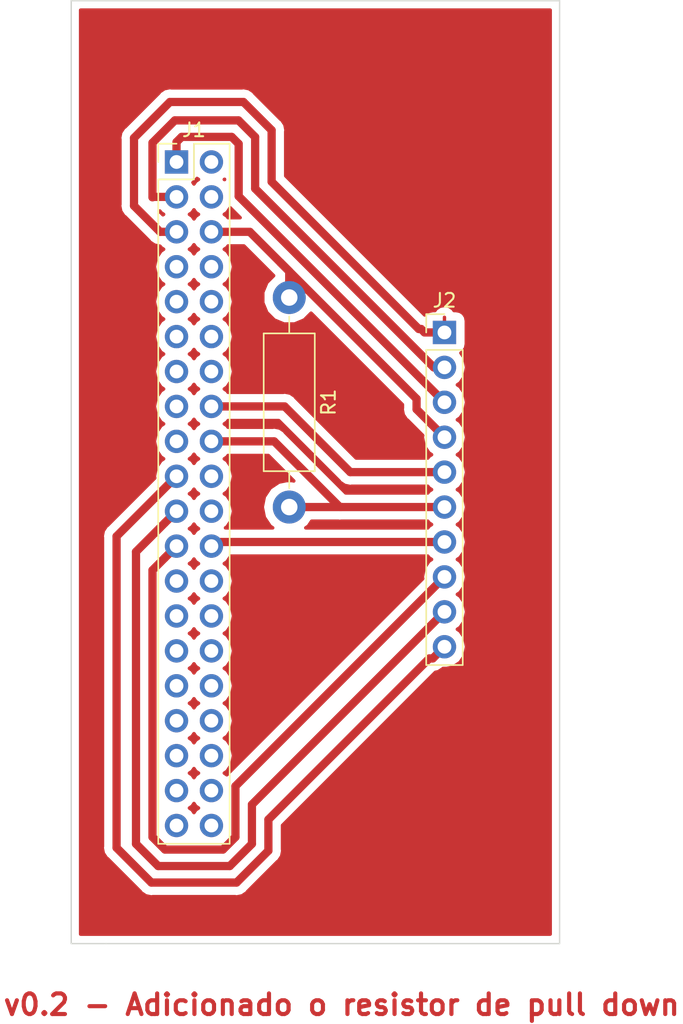
<source format=kicad_pcb>
(kicad_pcb (version 20171130) (host pcbnew 6.0.0-rc1-unknown-445a9fa~66~ubuntu16.04.1)

  (general
    (thickness 1.6)
    (drawings 7)
    (tracks 69)
    (zones 0)
    (modules 3)
    (nets 11)
  )

  (page A4)
  (layers
    (0 F.Cu signal)
    (31 B.Cu signal)
    (32 B.Adhes user)
    (33 F.Adhes user)
    (34 B.Paste user)
    (35 F.Paste user)
    (36 B.SilkS user)
    (37 F.SilkS user)
    (38 B.Mask user)
    (39 F.Mask user)
    (40 Dwgs.User user)
    (41 Cmts.User user)
    (42 Eco1.User user)
    (43 Eco2.User user)
    (44 Edge.Cuts user)
    (45 Margin user)
    (46 B.CrtYd user)
    (47 F.CrtYd user)
    (48 B.Fab user)
    (49 F.Fab user)
  )

  (setup
    (last_trace_width 0.6)
    (trace_clearance 0.6)
    (zone_clearance 0.508)
    (zone_45_only no)
    (trace_min 0.2)
    (via_size 0.8)
    (via_drill 0.4)
    (via_min_size 0.4)
    (via_min_drill 0.3)
    (uvia_size 0.3)
    (uvia_drill 0.1)
    (uvias_allowed no)
    (uvia_min_size 0.2)
    (uvia_min_drill 0.1)
    (edge_width 0.1)
    (segment_width 0.2)
    (pcb_text_width 0.3)
    (pcb_text_size 1.5 1.5)
    (mod_edge_width 0.15)
    (mod_text_size 1 1)
    (mod_text_width 0.15)
    (pad_size 1.524 1.524)
    (pad_drill 0.762)
    (pad_to_mask_clearance 0)
    (solder_mask_min_width 0.25)
    (aux_axis_origin 0 0)
    (visible_elements FFFFFF7F)
    (pcbplotparams
      (layerselection 0x01000_7ffffffe)
      (usegerberextensions false)
      (usegerberattributes false)
      (usegerberadvancedattributes false)
      (creategerberjobfile false)
      (excludeedgelayer true)
      (linewidth 0.100000)
      (plotframeref false)
      (viasonmask false)
      (mode 1)
      (useauxorigin false)
      (hpglpennumber 1)
      (hpglpenspeed 20)
      (hpglpendiameter 15.000000)
      (psnegative false)
      (psa4output false)
      (plotreference true)
      (plotvalue true)
      (plotinvisibletext false)
      (padsonsilk false)
      (subtractmaskfromsilk false)
      (outputformat 1)
      (mirror false)
      (drillshape 0)
      (scaleselection 1)
      (outputdirectory ""))
  )

  (net 0 "")
  (net 1 "Net-(J1-Pad24)")
  (net 2 "Net-(J1-Pad23)")
  (net 3 "Net-(J1-Pad21)")
  (net 4 "Net-(J1-Pad19)")
  (net 5 "Net-(J1-Pad18)")
  (net 6 "Net-(J1-Pad16)")
  (net 7 "Net-(J1-Pad6)")
  (net 8 "Net-(J1-Pad5)")
  (net 9 "Net-(J1-Pad3)")
  (net 10 "Net-(J1-Pad1)")

  (net_class Default "This is the default net class."
    (clearance 0.6)
    (trace_width 0.6)
    (via_dia 0.8)
    (via_drill 0.4)
    (uvia_dia 0.3)
    (uvia_drill 0.1)
    (add_net "Net-(J1-Pad1)")
    (add_net "Net-(J1-Pad16)")
    (add_net "Net-(J1-Pad18)")
    (add_net "Net-(J1-Pad19)")
    (add_net "Net-(J1-Pad21)")
    (add_net "Net-(J1-Pad23)")
    (add_net "Net-(J1-Pad24)")
    (add_net "Net-(J1-Pad3)")
    (add_net "Net-(J1-Pad5)")
    (add_net "Net-(J1-Pad6)")
  )

  (module Pin_Headers:Pin_Header_Straight_2x20_Pitch2.54mm (layer F.Cu) (tedit 59650533) (tstamp 5BAD0080)
    (at 119.427001 67.611001)
    (descr "Through hole straight pin header, 2x20, 2.54mm pitch, double rows")
    (tags "Through hole pin header THT 2x20 2.54mm double row")
    (path /5B51C081)
    (fp_text reference J1 (at 1.27 -2.33) (layer F.SilkS)
      (effects (font (size 1 1) (thickness 0.15)))
    )
    (fp_text value "Raspberry Pi GPIO" (at 1.27 50.59) (layer F.Fab)
      (effects (font (size 1 1) (thickness 0.15)))
    )
    (fp_text user %R (at 1.27 24.13 90) (layer F.Fab)
      (effects (font (size 1 1) (thickness 0.15)))
    )
    (fp_line (start 4.35 -1.8) (end -1.8 -1.8) (layer F.CrtYd) (width 0.05))
    (fp_line (start 4.35 50.05) (end 4.35 -1.8) (layer F.CrtYd) (width 0.05))
    (fp_line (start -1.8 50.05) (end 4.35 50.05) (layer F.CrtYd) (width 0.05))
    (fp_line (start -1.8 -1.8) (end -1.8 50.05) (layer F.CrtYd) (width 0.05))
    (fp_line (start -1.33 -1.33) (end 0 -1.33) (layer F.SilkS) (width 0.12))
    (fp_line (start -1.33 0) (end -1.33 -1.33) (layer F.SilkS) (width 0.12))
    (fp_line (start 1.27 -1.33) (end 3.87 -1.33) (layer F.SilkS) (width 0.12))
    (fp_line (start 1.27 1.27) (end 1.27 -1.33) (layer F.SilkS) (width 0.12))
    (fp_line (start -1.33 1.27) (end 1.27 1.27) (layer F.SilkS) (width 0.12))
    (fp_line (start 3.87 -1.33) (end 3.87 49.59) (layer F.SilkS) (width 0.12))
    (fp_line (start -1.33 1.27) (end -1.33 49.59) (layer F.SilkS) (width 0.12))
    (fp_line (start -1.33 49.59) (end 3.87 49.59) (layer F.SilkS) (width 0.12))
    (fp_line (start -1.27 0) (end 0 -1.27) (layer F.Fab) (width 0.1))
    (fp_line (start -1.27 49.53) (end -1.27 0) (layer F.Fab) (width 0.1))
    (fp_line (start 3.81 49.53) (end -1.27 49.53) (layer F.Fab) (width 0.1))
    (fp_line (start 3.81 -1.27) (end 3.81 49.53) (layer F.Fab) (width 0.1))
    (fp_line (start 0 -1.27) (end 3.81 -1.27) (layer F.Fab) (width 0.1))
    (pad 40 thru_hole oval (at 2.54 48.26) (size 1.7 1.7) (drill 1) (layers *.Cu *.Mask))
    (pad 39 thru_hole oval (at 0 48.26) (size 1.7 1.7) (drill 1) (layers *.Cu *.Mask))
    (pad 38 thru_hole oval (at 2.54 45.72) (size 1.7 1.7) (drill 1) (layers *.Cu *.Mask))
    (pad 37 thru_hole oval (at 0 45.72) (size 1.7 1.7) (drill 1) (layers *.Cu *.Mask))
    (pad 36 thru_hole oval (at 2.54 43.18) (size 1.7 1.7) (drill 1) (layers *.Cu *.Mask))
    (pad 35 thru_hole oval (at 0 43.18) (size 1.7 1.7) (drill 1) (layers *.Cu *.Mask))
    (pad 34 thru_hole oval (at 2.54 40.64) (size 1.7 1.7) (drill 1) (layers *.Cu *.Mask))
    (pad 33 thru_hole oval (at 0 40.64) (size 1.7 1.7) (drill 1) (layers *.Cu *.Mask))
    (pad 32 thru_hole oval (at 2.54 38.1) (size 1.7 1.7) (drill 1) (layers *.Cu *.Mask))
    (pad 31 thru_hole oval (at 0 38.1) (size 1.7 1.7) (drill 1) (layers *.Cu *.Mask))
    (pad 30 thru_hole oval (at 2.54 35.56) (size 1.7 1.7) (drill 1) (layers *.Cu *.Mask))
    (pad 29 thru_hole oval (at 0 35.56) (size 1.7 1.7) (drill 1) (layers *.Cu *.Mask))
    (pad 28 thru_hole oval (at 2.54 33.02) (size 1.7 1.7) (drill 1) (layers *.Cu *.Mask))
    (pad 27 thru_hole oval (at 0 33.02) (size 1.7 1.7) (drill 1) (layers *.Cu *.Mask))
    (pad 26 thru_hole oval (at 2.54 30.48) (size 1.7 1.7) (drill 1) (layers *.Cu *.Mask))
    (pad 25 thru_hole oval (at 0 30.48) (size 1.7 1.7) (drill 1) (layers *.Cu *.Mask))
    (pad 24 thru_hole oval (at 2.54 27.94) (size 1.7 1.7) (drill 1) (layers *.Cu *.Mask)
      (net 1 "Net-(J1-Pad24)"))
    (pad 23 thru_hole oval (at 0 27.94) (size 1.7 1.7) (drill 1) (layers *.Cu *.Mask)
      (net 2 "Net-(J1-Pad23)"))
    (pad 22 thru_hole oval (at 2.54 25.4) (size 1.7 1.7) (drill 1) (layers *.Cu *.Mask))
    (pad 21 thru_hole oval (at 0 25.4) (size 1.7 1.7) (drill 1) (layers *.Cu *.Mask)
      (net 3 "Net-(J1-Pad21)"))
    (pad 20 thru_hole oval (at 2.54 22.86) (size 1.7 1.7) (drill 1) (layers *.Cu *.Mask))
    (pad 19 thru_hole oval (at 0 22.86) (size 1.7 1.7) (drill 1) (layers *.Cu *.Mask)
      (net 4 "Net-(J1-Pad19)"))
    (pad 18 thru_hole oval (at 2.54 20.32) (size 1.7 1.7) (drill 1) (layers *.Cu *.Mask)
      (net 5 "Net-(J1-Pad18)"))
    (pad 17 thru_hole oval (at 0 20.32) (size 1.7 1.7) (drill 1) (layers *.Cu *.Mask))
    (pad 16 thru_hole oval (at 2.54 17.78) (size 1.7 1.7) (drill 1) (layers *.Cu *.Mask)
      (net 6 "Net-(J1-Pad16)"))
    (pad 15 thru_hole oval (at 0 17.78) (size 1.7 1.7) (drill 1) (layers *.Cu *.Mask))
    (pad 14 thru_hole oval (at 2.54 15.24) (size 1.7 1.7) (drill 1) (layers *.Cu *.Mask))
    (pad 13 thru_hole oval (at 0 15.24) (size 1.7 1.7) (drill 1) (layers *.Cu *.Mask))
    (pad 12 thru_hole oval (at 2.54 12.7) (size 1.7 1.7) (drill 1) (layers *.Cu *.Mask))
    (pad 11 thru_hole oval (at 0 12.7) (size 1.7 1.7) (drill 1) (layers *.Cu *.Mask))
    (pad 10 thru_hole oval (at 2.54 10.16) (size 1.7 1.7) (drill 1) (layers *.Cu *.Mask))
    (pad 9 thru_hole oval (at 0 10.16) (size 1.7 1.7) (drill 1) (layers *.Cu *.Mask))
    (pad 8 thru_hole oval (at 2.54 7.62) (size 1.7 1.7) (drill 1) (layers *.Cu *.Mask))
    (pad 7 thru_hole oval (at 0 7.62) (size 1.7 1.7) (drill 1) (layers *.Cu *.Mask))
    (pad 6 thru_hole oval (at 2.54 5.08) (size 1.7 1.7) (drill 1) (layers *.Cu *.Mask)
      (net 7 "Net-(J1-Pad6)"))
    (pad 5 thru_hole oval (at 0 5.08) (size 1.7 1.7) (drill 1) (layers *.Cu *.Mask)
      (net 8 "Net-(J1-Pad5)"))
    (pad 4 thru_hole oval (at 2.54 2.54) (size 1.7 1.7) (drill 1) (layers *.Cu *.Mask))
    (pad 3 thru_hole oval (at 0 2.54) (size 1.7 1.7) (drill 1) (layers *.Cu *.Mask)
      (net 9 "Net-(J1-Pad3)"))
    (pad 2 thru_hole oval (at 2.54 0) (size 1.7 1.7) (drill 1) (layers *.Cu *.Mask))
    (pad 1 thru_hole rect (at 0 0) (size 1.7 1.7) (drill 1) (layers *.Cu *.Mask)
      (net 10 "Net-(J1-Pad1)"))
    (model ${KISYS3DMOD}/Pin_Headers.3dshapes/Pin_Header_Straight_2x20_Pitch2.54mm.wrl
      (at (xyz 0 0 0))
      (scale (xyz 1 1 1))
      (rotate (xyz 0 0 0))
    )
  )

  (module Pin_Headers:Pin_Header_Straight_1x10_Pitch2.54mm (layer F.Cu) (tedit 59650532) (tstamp 5BAD0275)
    (at 138.938 80.01)
    (descr "Through hole straight pin header, 1x10, 2.54mm pitch, single row")
    (tags "Through hole pin header THT 1x10 2.54mm single row")
    (path /5BABBEA1)
    (fp_text reference J2 (at 0 -2.33) (layer F.SilkS)
      (effects (font (size 1 1) (thickness 0.15)))
    )
    (fp_text value Conn_01x10 (at 0 25.19) (layer F.Fab)
      (effects (font (size 1 1) (thickness 0.15)))
    )
    (fp_text user %R (at 0 11.43 90) (layer F.Fab)
      (effects (font (size 1 1) (thickness 0.15)))
    )
    (fp_line (start 1.8 -1.8) (end -1.8 -1.8) (layer F.CrtYd) (width 0.05))
    (fp_line (start 1.8 24.65) (end 1.8 -1.8) (layer F.CrtYd) (width 0.05))
    (fp_line (start -1.8 24.65) (end 1.8 24.65) (layer F.CrtYd) (width 0.05))
    (fp_line (start -1.8 -1.8) (end -1.8 24.65) (layer F.CrtYd) (width 0.05))
    (fp_line (start -1.33 -1.33) (end 0 -1.33) (layer F.SilkS) (width 0.12))
    (fp_line (start -1.33 0) (end -1.33 -1.33) (layer F.SilkS) (width 0.12))
    (fp_line (start -1.33 1.27) (end 1.33 1.27) (layer F.SilkS) (width 0.12))
    (fp_line (start 1.33 1.27) (end 1.33 24.19) (layer F.SilkS) (width 0.12))
    (fp_line (start -1.33 1.27) (end -1.33 24.19) (layer F.SilkS) (width 0.12))
    (fp_line (start -1.33 24.19) (end 1.33 24.19) (layer F.SilkS) (width 0.12))
    (fp_line (start -1.27 -0.635) (end -0.635 -1.27) (layer F.Fab) (width 0.1))
    (fp_line (start -1.27 24.13) (end -1.27 -0.635) (layer F.Fab) (width 0.1))
    (fp_line (start 1.27 24.13) (end -1.27 24.13) (layer F.Fab) (width 0.1))
    (fp_line (start 1.27 -1.27) (end 1.27 24.13) (layer F.Fab) (width 0.1))
    (fp_line (start -0.635 -1.27) (end 1.27 -1.27) (layer F.Fab) (width 0.1))
    (pad 10 thru_hole oval (at 0 22.86) (size 1.7 1.7) (drill 1) (layers *.Cu *.Mask)
      (net 4 "Net-(J1-Pad19)"))
    (pad 9 thru_hole oval (at 0 20.32) (size 1.7 1.7) (drill 1) (layers *.Cu *.Mask)
      (net 3 "Net-(J1-Pad21)"))
    (pad 8 thru_hole oval (at 0 17.78) (size 1.7 1.7) (drill 1) (layers *.Cu *.Mask)
      (net 2 "Net-(J1-Pad23)"))
    (pad 7 thru_hole oval (at 0 15.24) (size 1.7 1.7) (drill 1) (layers *.Cu *.Mask)
      (net 1 "Net-(J1-Pad24)"))
    (pad 6 thru_hole oval (at 0 12.7) (size 1.7 1.7) (drill 1) (layers *.Cu *.Mask)
      (net 5 "Net-(J1-Pad18)"))
    (pad 5 thru_hole oval (at 0 10.16) (size 1.7 1.7) (drill 1) (layers *.Cu *.Mask)
      (net 6 "Net-(J1-Pad16)"))
    (pad 4 thru_hole oval (at 0 7.62) (size 1.7 1.7) (drill 1) (layers *.Cu *.Mask)
      (net 7 "Net-(J1-Pad6)"))
    (pad 3 thru_hole oval (at 0 5.08) (size 1.7 1.7) (drill 1) (layers *.Cu *.Mask)
      (net 10 "Net-(J1-Pad1)"))
    (pad 2 thru_hole oval (at 0 2.54) (size 1.7 1.7) (drill 1) (layers *.Cu *.Mask)
      (net 9 "Net-(J1-Pad3)"))
    (pad 1 thru_hole rect (at 0 0) (size 1.7 1.7) (drill 1) (layers *.Cu *.Mask)
      (net 8 "Net-(J1-Pad5)"))
    (model ${KISYS3DMOD}/Pin_Headers.3dshapes/Pin_Header_Straight_1x10_Pitch2.54mm.wrl
      (at (xyz 0 0 0))
      (scale (xyz 1 1 1))
      (rotate (xyz 0 0 0))
    )
  )

  (module Resistors_THT:R_Axial_DIN0411_L9.9mm_D3.6mm_P15.24mm_Horizontal (layer F.Cu) (tedit 5874F706) (tstamp 5BBFE4AD)
    (at 127.635 77.47 270)
    (descr "Resistor, Axial_DIN0411 series, Axial, Horizontal, pin pitch=15.24mm, 1W = 1/1W, length*diameter=9.9*3.6mm^2")
    (tags "Resistor Axial_DIN0411 series Axial Horizontal pin pitch 15.24mm 1W = 1/1W length 9.9mm diameter 3.6mm")
    (path /5BBFEAE2)
    (fp_text reference R1 (at 7.62 -2.86 270) (layer F.SilkS)
      (effects (font (size 1 1) (thickness 0.15)))
    )
    (fp_text value 20k (at 7.62 2.86 270) (layer F.Fab)
      (effects (font (size 1 1) (thickness 0.15)))
    )
    (fp_line (start 16.7 -2.15) (end -1.45 -2.15) (layer F.CrtYd) (width 0.05))
    (fp_line (start 16.7 2.15) (end 16.7 -2.15) (layer F.CrtYd) (width 0.05))
    (fp_line (start -1.45 2.15) (end 16.7 2.15) (layer F.CrtYd) (width 0.05))
    (fp_line (start -1.45 -2.15) (end -1.45 2.15) (layer F.CrtYd) (width 0.05))
    (fp_line (start 13.86 0) (end 12.63 0) (layer F.SilkS) (width 0.12))
    (fp_line (start 1.38 0) (end 2.61 0) (layer F.SilkS) (width 0.12))
    (fp_line (start 12.63 -1.86) (end 2.61 -1.86) (layer F.SilkS) (width 0.12))
    (fp_line (start 12.63 1.86) (end 12.63 -1.86) (layer F.SilkS) (width 0.12))
    (fp_line (start 2.61 1.86) (end 12.63 1.86) (layer F.SilkS) (width 0.12))
    (fp_line (start 2.61 -1.86) (end 2.61 1.86) (layer F.SilkS) (width 0.12))
    (fp_line (start 15.24 0) (end 12.57 0) (layer F.Fab) (width 0.1))
    (fp_line (start 0 0) (end 2.67 0) (layer F.Fab) (width 0.1))
    (fp_line (start 12.57 -1.8) (end 2.67 -1.8) (layer F.Fab) (width 0.1))
    (fp_line (start 12.57 1.8) (end 12.57 -1.8) (layer F.Fab) (width 0.1))
    (fp_line (start 2.67 1.8) (end 12.57 1.8) (layer F.Fab) (width 0.1))
    (fp_line (start 2.67 -1.8) (end 2.67 1.8) (layer F.Fab) (width 0.1))
    (pad 2 thru_hole oval (at 15.24 0 270) (size 2.4 2.4) (drill 1.2) (layers *.Cu *.Mask)
      (net 5 "Net-(J1-Pad18)"))
    (pad 1 thru_hole circle (at 0 0 270) (size 2.4 2.4) (drill 1.2) (layers *.Cu *.Mask)
      (net 7 "Net-(J1-Pad6)"))
    (model ${KISYS3DMOD}/Resistors_THT.3dshapes/R_Axial_DIN0411_L9.9mm_D3.6mm_P15.24mm_Horizontal.wrl
      (at (xyz 0 0 0))
      (scale (xyz 0.393701 0.393701 0.393701))
      (rotate (xyz 0 0 0))
    )
  )

  (gr_text "v0.2 - Adicionado o resistor de pull down" (at 131.445 128.905) (layer F.Cu)
    (effects (font (size 1.5 1.5) (thickness 0.3)))
  )
  (gr_line (start 111.76 55.88) (end 114.3 55.88) (layer Edge.Cuts) (width 0.1))
  (gr_line (start 111.76 124.46) (end 111.76 55.88) (layer Edge.Cuts) (width 0.1))
  (gr_line (start 114.3 124.46) (end 111.76 124.46) (layer Edge.Cuts) (width 0.1))
  (gr_line (start 147.32 124.46) (end 114.3 124.46) (layer Edge.Cuts) (width 0.1))
  (gr_line (start 147.32 55.88) (end 147.32 124.46) (layer Edge.Cuts) (width 0.1))
  (gr_line (start 114.3 55.88) (end 147.32 55.88) (layer Edge.Cuts) (width 0.1))

  (segment (start 122.268002 95.25) (end 121.967001 95.551001) (width 0.6) (layer F.Cu) (net 1))
  (segment (start 138.938 95.25) (end 122.268002 95.25) (width 0.6) (layer F.Cu) (net 1))
  (segment (start 118.577002 96.401) (end 119.427001 95.551001) (width 0.6) (layer F.Cu) (net 2))
  (segment (start 117.677 97.301002) (end 118.577002 96.401) (width 0.6) (layer F.Cu) (net 2))
  (segment (start 117.677 116.711002) (end 117.677 97.301002) (width 0.6) (layer F.Cu) (net 2))
  (segment (start 118.587 117.621002) (end 117.677 116.711002) (width 0.6) (layer F.Cu) (net 2))
  (segment (start 122.807002 117.621002) (end 118.587 117.621002) (width 0.6) (layer F.Cu) (net 2))
  (segment (start 123.717002 116.711002) (end 122.807002 117.621002) (width 0.6) (layer F.Cu) (net 2))
  (segment (start 123.717002 113.010998) (end 123.717002 116.711002) (width 0.6) (layer F.Cu) (net 2))
  (segment (start 138.938 97.79) (end 123.717002 113.010998) (width 0.6) (layer F.Cu) (net 2))
  (segment (start 118.577002 93.861) (end 119.427001 93.011001) (width 0.6) (layer F.Cu) (net 3))
  (segment (start 116.47699 95.961012) (end 118.577002 93.861) (width 0.6) (layer F.Cu) (net 3))
  (segment (start 116.47699 117.208062) (end 116.47699 95.961012) (width 0.6) (layer F.Cu) (net 3))
  (segment (start 123.304062 118.821012) (end 118.089939 118.821011) (width 0.6) (layer F.Cu) (net 3))
  (segment (start 124.917011 117.208063) (end 123.304062 118.821012) (width 0.6) (layer F.Cu) (net 3))
  (segment (start 124.917011 114.350989) (end 124.917011 117.208063) (width 0.6) (layer F.Cu) (net 3))
  (segment (start 118.089939 118.821011) (end 116.47699 117.208062) (width 0.6) (layer F.Cu) (net 3))
  (segment (start 138.938 100.33) (end 124.917011 114.350989) (width 0.6) (layer F.Cu) (net 3))
  (segment (start 138.088001 103.719999) (end 137.834001 103.719999) (width 0.6) (layer F.Cu) (net 4))
  (segment (start 138.938 102.87) (end 138.088001 103.719999) (width 0.6) (layer F.Cu) (net 4))
  (segment (start 137.834001 103.719999) (end 126.117021 115.436979) (width 0.6) (layer F.Cu) (net 4))
  (segment (start 117.592878 120.02102) (end 115.062 117.490142) (width 0.6) (layer F.Cu) (net 4))
  (segment (start 123.801121 120.021021) (end 117.592878 120.02102) (width 0.6) (layer F.Cu) (net 4))
  (segment (start 126.11702 117.705124) (end 123.801121 120.021021) (width 0.6) (layer F.Cu) (net 4))
  (segment (start 126.117021 115.436979) (end 126.11702 117.705124) (width 0.6) (layer F.Cu) (net 4))
  (segment (start 115.062 94.836002) (end 119.427001 90.471001) (width 0.6) (layer F.Cu) (net 4))
  (segment (start 115.062 117.490142) (end 115.062 94.836002) (width 0.6) (layer F.Cu) (net 4))
  (segment (start 126.539001 87.931001) (end 121.967001 87.931001) (width 0.6) (layer F.Cu) (net 5))
  (segment (start 131.318 92.71) (end 126.539001 87.931001) (width 0.6) (layer F.Cu) (net 5))
  (segment (start 127.635 92.71) (end 131.445 92.71) (width 0.6) (layer F.Cu) (net 5))
  (segment (start 131.445 92.71) (end 131.318 92.71) (width 0.6) (layer F.Cu) (net 5))
  (segment (start 138.938 92.71) (end 131.445 92.71) (width 0.6) (layer F.Cu) (net 5))
  (segment (start 138.938 90.17) (end 132.08 90.17) (width 0.6) (layer F.Cu) (net 6))
  (segment (start 127.301001 85.391001) (end 121.967001 85.391001) (width 0.6) (layer F.Cu) (net 6))
  (segment (start 132.08 90.17) (end 127.301001 85.391001) (width 0.6) (layer F.Cu) (net 6))
  (segment (start 124.761001 72.691001) (end 121.967001 72.691001) (width 0.6) (layer F.Cu) (net 7))
  (segment (start 136.906 85.598) (end 136.906 84.836) (width 0.6) (layer F.Cu) (net 7))
  (segment (start 138.938 87.63) (end 136.906 85.598) (width 0.6) (layer F.Cu) (net 7))
  (segment (start 127.635 77.47) (end 127.635 75.565) (width 0.6) (layer F.Cu) (net 7))
  (segment (start 127 74.93) (end 124.761001 72.691001) (width 0.6) (layer F.Cu) (net 7))
  (segment (start 127.635 75.565) (end 127 74.93) (width 0.6) (layer F.Cu) (net 7))
  (segment (start 136.906 84.836) (end 127 74.93) (width 0.6) (layer F.Cu) (net 7))
  (segment (start 138.938 80.01) (end 138.938 78.91) (width 0.25) (layer F.Cu) (net 8))
  (segment (start 137.234 79.756) (end 137.061068 79.756) (width 0.6) (layer F.Cu) (net 8))
  (segment (start 116.332 65.861862) (end 116.332 70.798081) (width 0.6) (layer F.Cu) (net 8))
  (segment (start 137.061068 79.756) (end 126.352018 69.04695) (width 0.6) (layer F.Cu) (net 8))
  (segment (start 118.22492 72.691001) (end 119.427001 72.691001) (width 0.6) (layer F.Cu) (net 8))
  (segment (start 137.488 80.01) (end 137.234 79.756) (width 0.6) (layer F.Cu) (net 8))
  (segment (start 126.352018 69.04695) (end 126.352018 65.299878) (width 0.6) (layer F.Cu) (net 8))
  (segment (start 138.938 80.01) (end 137.488 80.01) (width 0.6) (layer F.Cu) (net 8))
  (segment (start 126.352018 65.299878) (end 124.29814 63.246) (width 0.6) (layer F.Cu) (net 8))
  (segment (start 124.29814 63.246) (end 118.947862 63.246) (width 0.6) (layer F.Cu) (net 8))
  (segment (start 118.947862 63.246) (end 116.332 65.861862) (width 0.6) (layer F.Cu) (net 8))
  (segment (start 116.332 70.798081) (end 118.22492 72.691001) (width 0.6) (layer F.Cu) (net 8))
  (segment (start 117.677 66.213932) (end 117.677 70.179) (width 0.6) (layer F.Cu) (net 9))
  (segment (start 119.304941 64.585991) (end 117.677 66.213932) (width 0.6) (layer F.Cu) (net 9))
  (segment (start 138.938 82.55) (end 138.157998 82.55) (width 0.6) (layer F.Cu) (net 9))
  (segment (start 123.94106 64.58599) (end 119.304941 64.585991) (width 0.6) (layer F.Cu) (net 9))
  (segment (start 138.157998 82.55) (end 125.15201 69.544012) (width 0.6) (layer F.Cu) (net 9))
  (segment (start 125.15201 69.544012) (end 125.152009 65.796939) (width 0.6) (layer F.Cu) (net 9))
  (segment (start 125.152009 65.796939) (end 123.94106 64.58599) (width 0.6) (layer F.Cu) (net 9))
  (segment (start 117.704999 70.151001) (end 119.427001 70.151001) (width 0.6) (layer F.Cu) (net 9))
  (segment (start 117.677 70.179) (end 117.704999 70.151001) (width 0.6) (layer F.Cu) (net 9))
  (segment (start 119.802002 65.786) (end 119.427001 66.161001) (width 0.6) (layer F.Cu) (net 10))
  (segment (start 138.938 85.09) (end 123.952 70.104) (width 0.6) (layer F.Cu) (net 10))
  (segment (start 123.444 65.786) (end 119.802002 65.786) (width 0.6) (layer F.Cu) (net 10))
  (segment (start 119.427001 66.161001) (end 119.427001 67.611001) (width 0.6) (layer F.Cu) (net 10))
  (segment (start 123.952 70.104) (end 123.952 66.294) (width 0.6) (layer F.Cu) (net 10))
  (segment (start 123.952 66.294) (end 123.444 65.786) (width 0.6) (layer F.Cu) (net 10))

  (zone (net 0) (net_name "") (layer F.Cu) (tstamp 0) (hatch edge 0.508)
    (connect_pads (clearance 0.508))
    (min_thickness 0.254)
    (fill yes (arc_segments 16) (thermal_gap 0.508) (thermal_bridge_width 0.508))
    (polygon
      (pts
        (xy 111.76 55.88) (xy 147.32 55.88) (xy 147.32 124.46) (xy 111.76 124.46)
      )
    )
    (filled_polygon
      (pts
        (xy 146.635001 123.775) (xy 112.445 123.775) (xy 112.445 94.836002) (xy 114.01488 94.836002) (xy 114.035001 94.937156)
        (xy 114.035 117.388993) (xy 114.01488 117.490142) (xy 114.035 117.591291) (xy 114.094587 117.890856) (xy 114.321574 118.230568)
        (xy 114.40733 118.287868) (xy 116.795155 120.675694) (xy 116.852452 120.761445) (xy 116.938202 120.818741) (xy 116.938203 120.818742)
        (xy 117.192162 120.988432) (xy 117.592878 121.06814) (xy 117.694032 121.048019) (xy 123.699971 121.048021) (xy 123.801121 121.068141)
        (xy 123.90227 121.048021) (xy 124.201835 120.988434) (xy 124.541546 120.761447) (xy 124.598844 120.675694) (xy 126.771694 118.502847)
        (xy 126.857445 118.44555) (xy 126.984644 118.255183) (xy 127.084432 118.105841) (xy 127.16414 117.705125) (xy 127.144019 117.603972)
        (xy 127.144021 115.862375) (xy 138.27684 104.729557) (xy 138.488716 104.687412) (xy 138.828427 104.460425) (xy 138.837397 104.447)
        (xy 139.093319 104.447) (xy 139.553315 104.355501) (xy 140.074953 104.006953) (xy 140.423501 103.485315) (xy 140.545895 102.87)
        (xy 140.423501 102.254685) (xy 140.074953 101.733047) (xy 139.875834 101.6) (xy 140.074953 101.466953) (xy 140.423501 100.945315)
        (xy 140.545895 100.33) (xy 140.423501 99.714685) (xy 140.074953 99.193047) (xy 139.875834 99.06) (xy 140.074953 98.926953)
        (xy 140.423501 98.405315) (xy 140.545895 97.79) (xy 140.423501 97.174685) (xy 140.074953 96.653047) (xy 139.875834 96.52)
        (xy 140.074953 96.386953) (xy 140.423501 95.865315) (xy 140.545895 95.25) (xy 140.423501 94.634685) (xy 140.074953 94.113047)
        (xy 139.875834 93.98) (xy 140.074953 93.846953) (xy 140.423501 93.325315) (xy 140.545895 92.71) (xy 140.423501 92.094685)
        (xy 140.074953 91.573047) (xy 139.875834 91.44) (xy 140.074953 91.306953) (xy 140.423501 90.785315) (xy 140.545895 90.17)
        (xy 140.423501 89.554685) (xy 140.074953 89.033047) (xy 139.875834 88.9) (xy 140.074953 88.766953) (xy 140.423501 88.245315)
        (xy 140.545895 87.63) (xy 140.423501 87.014685) (xy 140.074953 86.493047) (xy 139.875834 86.36) (xy 140.074953 86.226953)
        (xy 140.423501 85.705315) (xy 140.545895 85.09) (xy 140.423501 84.474685) (xy 140.074953 83.953047) (xy 139.875834 83.82)
        (xy 140.074953 83.686953) (xy 140.423501 83.165315) (xy 140.545895 82.55) (xy 140.423501 81.934685) (xy 140.134807 81.502625)
        (xy 140.312137 81.384137) (xy 140.472818 81.143661) (xy 140.529242 80.86) (xy 140.529242 79.16) (xy 140.472818 78.876339)
        (xy 140.312137 78.635863) (xy 140.071661 78.475182) (xy 139.788 78.418758) (xy 139.634453 78.418758) (xy 139.552257 78.295743)
        (xy 139.270434 78.107434) (xy 138.938 78.041309) (xy 138.605567 78.107434) (xy 138.323744 78.295743) (xy 138.241548 78.418758)
        (xy 138.088 78.418758) (xy 137.804339 78.475182) (xy 137.563863 78.635863) (xy 137.495556 78.738091) (xy 127.379018 68.621554)
        (xy 127.379018 65.401026) (xy 127.399138 65.299877) (xy 127.337157 64.988278) (xy 127.319431 64.899163) (xy 127.316282 64.894449)
        (xy 127.219643 64.74982) (xy 127.092444 64.559452) (xy 127.00669 64.502153) (xy 125.095866 62.59133) (xy 125.038566 62.505574)
        (xy 124.698855 62.278587) (xy 124.39929 62.219) (xy 124.399289 62.219) (xy 124.29814 62.19888) (xy 124.196991 62.219)
        (xy 119.049011 62.219) (xy 118.947862 62.19888) (xy 118.846713 62.219) (xy 118.846712 62.219) (xy 118.547147 62.278587)
        (xy 118.207436 62.505574) (xy 118.150137 62.591328) (xy 115.67733 65.064136) (xy 115.591574 65.121436) (xy 115.364587 65.461148)
        (xy 115.345072 65.559258) (xy 115.28488 65.861862) (xy 115.305 65.963011) (xy 115.305001 70.696927) (xy 115.28488 70.798081)
        (xy 115.33925 71.071413) (xy 115.364588 71.198796) (xy 115.591575 71.538507) (xy 115.677328 71.595805) (xy 117.427195 73.345673)
        (xy 117.484494 73.431427) (xy 117.750748 73.609332) (xy 117.824203 73.658413) (xy 117.824204 73.658413) (xy 117.824205 73.658414)
        (xy 118.12377 73.718001) (xy 118.224919 73.738121) (xy 118.229425 73.737225) (xy 118.290048 73.827954) (xy 118.489167 73.961001)
        (xy 118.290048 74.094048) (xy 117.9415 74.615686) (xy 117.819106 75.231001) (xy 117.9415 75.846316) (xy 118.290048 76.367954)
        (xy 118.489167 76.501001) (xy 118.290048 76.634048) (xy 117.9415 77.155686) (xy 117.819106 77.771001) (xy 117.9415 78.386316)
        (xy 118.290048 78.907954) (xy 118.489167 79.041001) (xy 118.290048 79.174048) (xy 117.9415 79.695686) (xy 117.819106 80.311001)
        (xy 117.9415 80.926316) (xy 118.290048 81.447954) (xy 118.489167 81.581001) (xy 118.290048 81.714048) (xy 117.9415 82.235686)
        (xy 117.819106 82.851001) (xy 117.9415 83.466316) (xy 118.290048 83.987954) (xy 118.489167 84.121001) (xy 118.290048 84.254048)
        (xy 117.9415 84.775686) (xy 117.819106 85.391001) (xy 117.9415 86.006316) (xy 118.290048 86.527954) (xy 118.489167 86.661001)
        (xy 118.290048 86.794048) (xy 117.9415 87.315686) (xy 117.819106 87.931001) (xy 117.9415 88.546316) (xy 118.290048 89.067954)
        (xy 118.489167 89.201001) (xy 118.290048 89.334048) (xy 117.9415 89.855686) (xy 117.819106 90.471001) (xy 117.844905 90.6007)
        (xy 114.407328 94.038278) (xy 114.321575 94.095576) (xy 114.196619 94.282587) (xy 114.094588 94.435287) (xy 114.01488 94.836002)
        (xy 112.445 94.836002) (xy 112.445 56.565) (xy 146.635 56.565)
      )
    )
    (filled_polygon
      (pts
        (xy 120.830048 114.467954) (xy 121.029167 114.601001) (xy 120.830048 114.734048) (xy 120.697001 114.933167) (xy 120.563954 114.734048)
        (xy 120.364835 114.601001) (xy 120.563954 114.467954) (xy 120.697001 114.268835)
      )
    )
    (filled_polygon
      (pts
        (xy 120.830048 111.927954) (xy 121.029167 112.061001) (xy 120.830048 112.194048) (xy 120.697001 112.393167) (xy 120.563954 112.194048)
        (xy 120.364835 112.061001) (xy 120.563954 111.927954) (xy 120.697001 111.728835)
      )
    )
    (filled_polygon
      (pts
        (xy 137.801047 96.386953) (xy 138.000166 96.52) (xy 137.801047 96.653047) (xy 137.452499 97.174685) (xy 137.330105 97.79)
        (xy 137.355904 97.919699) (xy 123.090527 112.185077) (xy 122.904835 112.061001) (xy 123.103954 111.927954) (xy 123.452502 111.406316)
        (xy 123.574896 110.791001) (xy 123.452502 110.175686) (xy 123.103954 109.654048) (xy 122.904835 109.521001) (xy 123.103954 109.387954)
        (xy 123.452502 108.866316) (xy 123.574896 108.251001) (xy 123.452502 107.635686) (xy 123.103954 107.114048) (xy 122.904835 106.981001)
        (xy 123.103954 106.847954) (xy 123.452502 106.326316) (xy 123.574896 105.711001) (xy 123.452502 105.095686) (xy 123.103954 104.574048)
        (xy 122.904835 104.441001) (xy 123.103954 104.307954) (xy 123.452502 103.786316) (xy 123.574896 103.171001) (xy 123.452502 102.555686)
        (xy 123.103954 102.034048) (xy 122.904835 101.901001) (xy 123.103954 101.767954) (xy 123.452502 101.246316) (xy 123.574896 100.631001)
        (xy 123.452502 100.015686) (xy 123.103954 99.494048) (xy 122.904835 99.361001) (xy 123.103954 99.227954) (xy 123.452502 98.706316)
        (xy 123.574896 98.091001) (xy 123.452502 97.475686) (xy 123.103954 96.954048) (xy 122.904835 96.821001) (xy 123.103954 96.687954)
        (xy 123.378545 96.277) (xy 137.727579 96.277)
      )
    )
    (filled_polygon
      (pts
        (xy 120.830048 109.387954) (xy 121.029167 109.521001) (xy 120.830048 109.654048) (xy 120.697001 109.853167) (xy 120.563954 109.654048)
        (xy 120.364835 109.521001) (xy 120.563954 109.387954) (xy 120.697001 109.188835)
      )
    )
    (filled_polygon
      (pts
        (xy 120.830048 106.847954) (xy 121.029167 106.981001) (xy 120.830048 107.114048) (xy 120.697001 107.313167) (xy 120.563954 107.114048)
        (xy 120.364835 106.981001) (xy 120.563954 106.847954) (xy 120.697001 106.648835)
      )
    )
    (filled_polygon
      (pts
        (xy 120.830048 104.307954) (xy 121.029167 104.441001) (xy 120.830048 104.574048) (xy 120.697001 104.773167) (xy 120.563954 104.574048)
        (xy 120.364835 104.441001) (xy 120.563954 104.307954) (xy 120.697001 104.108835)
      )
    )
    (filled_polygon
      (pts
        (xy 120.830048 101.767954) (xy 121.029167 101.901001) (xy 120.830048 102.034048) (xy 120.697001 102.233167) (xy 120.563954 102.034048)
        (xy 120.364835 101.901001) (xy 120.563954 101.767954) (xy 120.697001 101.568835)
      )
    )
    (filled_polygon
      (pts
        (xy 120.830048 99.227954) (xy 121.029167 99.361001) (xy 120.830048 99.494048) (xy 120.697001 99.693167) (xy 120.563954 99.494048)
        (xy 120.364835 99.361001) (xy 120.563954 99.227954) (xy 120.697001 99.028835)
      )
    )
    (filled_polygon
      (pts
        (xy 120.830048 96.687954) (xy 121.029167 96.821001) (xy 120.830048 96.954048) (xy 120.697001 97.153167) (xy 120.563954 96.954048)
        (xy 120.364835 96.821001) (xy 120.563954 96.687954) (xy 120.697001 96.488835)
      )
    )
    (filled_polygon
      (pts
        (xy 120.830048 94.147954) (xy 121.029167 94.281001) (xy 120.830048 94.414048) (xy 120.697001 94.613167) (xy 120.563954 94.414048)
        (xy 120.364835 94.281001) (xy 120.563954 94.147954) (xy 120.697001 93.948835)
      )
    )
    (filled_polygon
      (pts
        (xy 131.317999 93.75712) (xy 131.419148 93.737) (xy 137.727579 93.737) (xy 137.801047 93.846953) (xy 138.000166 93.98)
        (xy 137.801047 94.113047) (xy 137.727579 94.223) (xy 128.839143 94.223) (xy 129.024289 94.099289) (xy 129.266363 93.737)
        (xy 131.21685 93.737)
      )
    )
    (filled_polygon
      (pts
        (xy 127.966863 90.81126) (xy 127.824792 90.783) (xy 127.445208 90.783) (xy 126.883122 90.894806) (xy 126.245711 91.320711)
        (xy 125.819806 91.958122) (xy 125.670248 92.71) (xy 125.819806 93.461878) (xy 126.245711 94.099289) (xy 126.430857 94.223)
        (xy 122.99164 94.223) (xy 123.103954 94.147954) (xy 123.452502 93.626316) (xy 123.574896 93.011001) (xy 123.452502 92.395686)
        (xy 123.103954 91.874048) (xy 122.904835 91.741001) (xy 123.103954 91.607954) (xy 123.452502 91.086316) (xy 123.574896 90.471001)
        (xy 123.452502 89.855686) (xy 123.103954 89.334048) (xy 122.904835 89.201001) (xy 123.103954 89.067954) (xy 123.177422 88.958001)
        (xy 126.113605 88.958001)
      )
    )
    (filled_polygon
      (pts
        (xy 120.830048 91.607954) (xy 121.029167 91.741001) (xy 120.830048 91.874048) (xy 120.697001 92.073167) (xy 120.563954 91.874048)
        (xy 120.364835 91.741001) (xy 120.563954 91.607954) (xy 120.697001 91.408835)
      )
    )
    (filled_polygon
      (pts
        (xy 131.282275 90.824672) (xy 131.339574 90.910426) (xy 131.602813 91.086316) (xy 131.679283 91.137412) (xy 131.679284 91.137412)
        (xy 131.679285 91.137413) (xy 131.97885 91.197) (xy 132.079999 91.21712) (xy 132.181148 91.197) (xy 137.727579 91.197)
        (xy 137.801047 91.306953) (xy 138.000166 91.44) (xy 137.801047 91.573047) (xy 137.727579 91.683) (xy 131.743397 91.683)
        (xy 127.336727 87.276331) (xy 127.279427 87.190575) (xy 126.939716 86.963588) (xy 126.640151 86.904001) (xy 126.64015 86.904001)
        (xy 126.539001 86.883881) (xy 126.437852 86.904001) (xy 123.177422 86.904001) (xy 123.103954 86.794048) (xy 122.904835 86.661001)
        (xy 123.103954 86.527954) (xy 123.177422 86.418001) (xy 126.875605 86.418001)
      )
    )
    (filled_polygon
      (pts
        (xy 120.830048 89.067954) (xy 121.029167 89.201001) (xy 120.830048 89.334048) (xy 120.697001 89.533167) (xy 120.563954 89.334048)
        (xy 120.364835 89.201001) (xy 120.563954 89.067954) (xy 120.697001 88.868835)
      )
    )
    (filled_polygon
      (pts
        (xy 126.345325 75.727722) (xy 126.345328 75.727724) (xy 126.498707 75.881103) (xy 126.001368 76.378442) (xy 125.708 77.086696)
        (xy 125.708 77.853304) (xy 126.001368 78.561558) (xy 126.543442 79.103632) (xy 127.251696 79.397) (xy 128.018304 79.397)
        (xy 128.726558 79.103632) (xy 129.223897 78.606293) (xy 135.879 85.261397) (xy 135.879 85.496851) (xy 135.85888 85.598)
        (xy 135.879 85.699149) (xy 135.938587 85.998714) (xy 136.165574 86.338426) (xy 136.25133 86.395726) (xy 137.355904 87.5003)
        (xy 137.330105 87.63) (xy 137.452499 88.245315) (xy 137.801047 88.766953) (xy 138.000166 88.9) (xy 137.801047 89.033047)
        (xy 137.727579 89.143) (xy 132.505397 89.143) (xy 128.098727 84.736331) (xy 128.041427 84.650575) (xy 127.701716 84.423588)
        (xy 127.402151 84.364001) (xy 127.40215 84.364001) (xy 127.301001 84.343881) (xy 127.199852 84.364001) (xy 123.177422 84.364001)
        (xy 123.103954 84.254048) (xy 122.904835 84.121001) (xy 123.103954 83.987954) (xy 123.452502 83.466316) (xy 123.574896 82.851001)
        (xy 123.452502 82.235686) (xy 123.103954 81.714048) (xy 122.904835 81.581001) (xy 123.103954 81.447954) (xy 123.452502 80.926316)
        (xy 123.574896 80.311001) (xy 123.452502 79.695686) (xy 123.103954 79.174048) (xy 122.904835 79.041001) (xy 123.103954 78.907954)
        (xy 123.452502 78.386316) (xy 123.574896 77.771001) (xy 123.452502 77.155686) (xy 123.103954 76.634048) (xy 122.904835 76.501001)
        (xy 123.103954 76.367954) (xy 123.452502 75.846316) (xy 123.574896 75.231001) (xy 123.452502 74.615686) (xy 123.103954 74.094048)
        (xy 122.904835 73.961001) (xy 123.103954 73.827954) (xy 123.177422 73.718001) (xy 124.335605 73.718001)
      )
    )
    (filled_polygon
      (pts
        (xy 120.830048 86.527954) (xy 121.029167 86.661001) (xy 120.830048 86.794048) (xy 120.697001 86.993167) (xy 120.563954 86.794048)
        (xy 120.364835 86.661001) (xy 120.563954 86.527954) (xy 120.697001 86.328835)
      )
    )
    (filled_polygon
      (pts
        (xy 120.830048 83.987954) (xy 121.029167 84.121001) (xy 120.830048 84.254048) (xy 120.697001 84.453167) (xy 120.563954 84.254048)
        (xy 120.364835 84.121001) (xy 120.563954 83.987954) (xy 120.697001 83.788835)
      )
    )
    (filled_polygon
      (pts
        (xy 120.830048 81.447954) (xy 121.029167 81.581001) (xy 120.830048 81.714048) (xy 120.697001 81.913167) (xy 120.563954 81.714048)
        (xy 120.364835 81.581001) (xy 120.563954 81.447954) (xy 120.697001 81.248835)
      )
    )
    (filled_polygon
      (pts
        (xy 120.830048 78.907954) (xy 121.029167 79.041001) (xy 120.830048 79.174048) (xy 120.697001 79.373167) (xy 120.563954 79.174048)
        (xy 120.364835 79.041001) (xy 120.563954 78.907954) (xy 120.697001 78.708835)
      )
    )
    (filled_polygon
      (pts
        (xy 120.830048 76.367954) (xy 121.029167 76.501001) (xy 120.830048 76.634048) (xy 120.697001 76.833167) (xy 120.563954 76.634048)
        (xy 120.364835 76.501001) (xy 120.563954 76.367954) (xy 120.697001 76.168835)
      )
    )
    (filled_polygon
      (pts
        (xy 120.830048 73.827954) (xy 121.029167 73.961001) (xy 120.830048 74.094048) (xy 120.697001 74.293167) (xy 120.563954 74.094048)
        (xy 120.364835 73.961001) (xy 120.563954 73.827954) (xy 120.697001 73.628835)
      )
    )
    (filled_polygon
      (pts
        (xy 120.830048 71.287954) (xy 121.029167 71.421001) (xy 120.830048 71.554048) (xy 120.697001 71.753167) (xy 120.563954 71.554048)
        (xy 120.364835 71.421001) (xy 120.563954 71.287954) (xy 120.697001 71.088835)
      )
    )
    (filled_polygon
      (pts
        (xy 124.059605 71.664001) (xy 123.177422 71.664001) (xy 123.103954 71.554048) (xy 122.904835 71.421001) (xy 123.103954 71.287954)
        (xy 123.336111 70.940507)
      )
    )
    (filled_polygon
      (pts
        (xy 118.290048 71.287954) (xy 118.489167 71.421001) (xy 118.440101 71.453785) (xy 118.164317 71.178001) (xy 118.21658 71.178001)
      )
    )
    (filled_polygon
      (pts
        (xy 121.029167 68.881001) (xy 120.830048 69.014048) (xy 120.697001 69.213167) (xy 120.623808 69.103626) (xy 120.801138 68.985138)
        (xy 120.919626 68.807808)
      )
    )
    (filled_polygon
      (pts
        (xy 122.925 68.894475) (xy 122.904835 68.881001) (xy 122.925 68.867527)
      )
    )
  )
)

</source>
